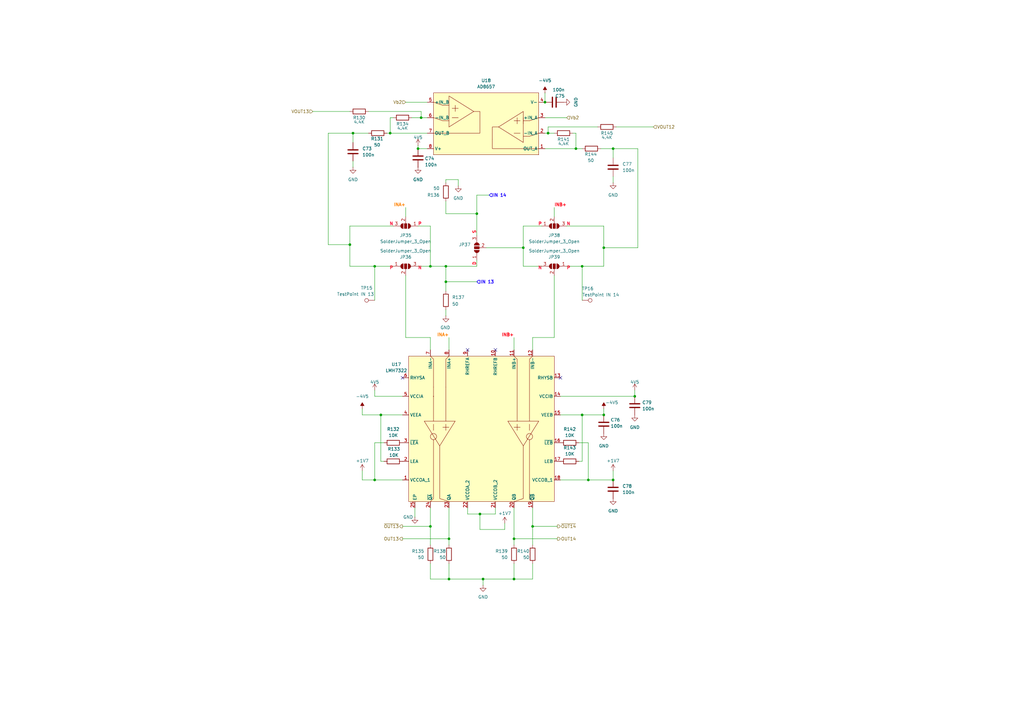
<source format=kicad_sch>
(kicad_sch (version 20231120) (generator "eeschema") (generator_version "8.0")
  (paper "A3")
  (lib_symbols
    (symbol "Connector:TestPoint" (pin_numbers hide) (pin_names (offset 0.762) hide)
      (property "Reference" "TP" (at 0 6.858 0))
      (property "Value" "TestPoint" (at 0 5.08 0))
      (symbol "TestPoint_0_1"
        (circle (center 0 3.302) (radius 0.762))
      )
      (symbol "TestPoint_1_1"
        (pin passive line (at 0 0 90) (length 2.54) (name "1") (number "1"))
      )
    )
    (symbol "Device:C" (pin_numbers hide) (pin_names (offset 0.254))
      (property "Reference" "C" (at 0.635 2.54 0))
      (property "Value" "C" (at 0.635 -2.54 0))
      (symbol "C_0_1"
        (polyline (pts (xy -2.032 -0.762) (xy 2.032 -0.762)) (stroke (width 0.508)))
        (polyline (pts (xy -2.032 0.762) (xy 2.032 0.762)) (stroke (width 0.508)))
      )
      (symbol "C_1_1"
        (pin passive line (at 0 3.81 270) (length 2.794) (name "~") (number "1"))
        (pin passive line (at 0 -3.81 90) (length 2.794) (name "~") (number "2"))
      )
    )
    (symbol "Device:R" (pin_numbers hide) (pin_names (offset 0))
      (property "Reference" "R" (at 2.032 0 90))
      (property "Value" "R" (at 0 0 90))
      (symbol "R_0_1"
        (rectangle (start -1.016 -2.54) (end 1.016 2.54) (stroke (width 0.254)))
      )
      (symbol "R_1_1"
        (pin passive line (at 0 3.81 270) (length 1.27) (name "~") (number "1"))
        (pin passive line (at 0 -3.81 90) (length 1.27) (name "~") (number "2"))
      )
    )
    (symbol "SolderJumper_3_Open_3" (pin_names (offset 0) hide) (exclude_from_sim yes) (in_bom no)
      (property "Reference" "JP" (at -2.54 -2.54 0))
      (property "Value" "SolderJumper_3_Open" (at 0 2.794 0))
      (symbol "SolderJumper_3_Open_3_0_1"
        (arc (start -1.016 1.016) (mid -2.0276 0) (end -1.016 -1.016))
        (arc (start -1.016 1.016) (mid -2.0276 0) (end -1.016 -1.016) (fill (type outline)))
        (rectangle (start -0.508 1.016) (end 0.508 -1.016) (fill (type outline)))
        (polyline (pts (xy -2.54 0) (xy -2.032 0)))
        (polyline (pts (xy -1.016 1.016) (xy -1.016 -1.016)))
        (polyline (pts (xy 0 -1.27) (xy 0 -1.016)))
        (polyline (pts (xy 1.016 1.016) (xy 1.016 -1.016)))
        (polyline (pts (xy 2.54 0) (xy 2.032 0)))
        (arc (start 1.016 -1.016) (mid 2.0276 0) (end 1.016 1.016))
        (arc (start 1.016 -1.016) (mid 2.0276 0) (end 1.016 1.016) (fill (type outline)))
      )
      (symbol "SolderJumper_3_Open_3_1_1"
        (pin passive line (at -5.08 0 0) (length 2.54) (name "A") (number "1"))
        (pin passive line (at 0 -3.81 90) (length 2.54) (name "C") (number "2"))
        (pin passive line (at 5.08 0 180) (length 2.54) (name "B") (number "3"))
      )
    )
    (symbol "power:+1V2" (power) (pin_numbers hide) (pin_names (offset 0) hide)
      (property "Value" "+1V2" (at 0 3.556 0))
      (symbol "+1V2_0_1"
        (polyline (pts (xy -0.762 1.27) (xy 0 2.54)))
        (polyline (pts (xy 0 0) (xy 0 2.54)))
        (polyline (pts (xy 0 2.54) (xy 0.762 1.27)))
      )
      (symbol "+1V2_1_1"
        (pin power_in line (at 0 0 90) (length 0) (name "~") (number "1"))
      )
    )
    (symbol "power:+8V" (power) (pin_numbers hide) (pin_names (offset 0) hide)
      (property "Value" "+8V" (at 0 3.556 0))
      (symbol "+8V_0_1"
        (polyline (pts (xy -0.762 1.27) (xy 0 2.54)))
        (polyline (pts (xy 0 0) (xy 0 2.54)))
        (polyline (pts (xy 0 2.54) (xy 0.762 1.27)))
      )
      (symbol "+8V_1_1"
        (pin power_in line (at 0 0 90) (length 0) (name "~") (number "1"))
      )
    )
    (symbol "power:-8V" (power) (pin_numbers hide) (pin_names (offset 0) hide)
      (property "Value" "-8V" (at 0 3.556 0))
      (symbol "-8V_0_0"
        (pin power_in line (at 0 0 90) (length 0) (name "~") (number "1"))
      )
      (symbol "-8V_0_1"
        (polyline (pts (xy 0 0) (xy 0 1.27) (xy 0.762 1.27) (xy 0 2.54) (xy -0.762 1.27) (xy 0 1.27)) (fill (type outline)))
      )
    )
    (symbol "power:GND" (power) (pin_numbers hide) (pin_names (offset 0) hide)
      (property "Value" "GND" (at 0 -3.81 0))
      (symbol "GND_0_1"
        (polyline (pts (xy 0 0) (xy 0 -1.27) (xy 1.27 -1.27) (xy 0 -2.54) (xy -1.27 -1.27) (xy 0 -1.27)))
      )
      (symbol "GND_1_1"
        (pin power_in line (at 0 0 270) (length 0) (name "~") (number "1"))
      )
    )
    (symbol "prova:AD8657"
      (property "Reference" "U" (at 9.906 3.556 0))
      (property "Value" "AD8657" (at 10.16 5.842 0))
      (symbol "AD8657_0_1"
        (polyline (pts (xy 12.7 17.78) (xy 12.7 20.32)))
        (polyline (pts (xy 13.97 19.05) (xy 16.51 19.05)))
        (polyline (pts (xy 13.97 24.13) (xy 16.51 24.13)))
        (polyline (pts (xy 15.24 20.32) (xy 15.24 17.78)))
        (polyline (pts (xy 16.51 19.05) (xy 16.51 19.05)))
        (polyline (pts (xy 36.83 17.78) (xy 36.83 17.78)))
        (polyline (pts (xy 39.37 13.97) (xy 41.91 13.97)))
        (polyline (pts (xy 39.37 17.78) (xy 41.91 17.78)))
        (polyline (pts (xy 40.64 15.24) (xy 40.64 12.7)))
      )
      (symbol "AD8657_1_1"
        (polyline (pts (xy 6.35 17.78) (xy 10.16 19.05)))
        (polyline (pts (xy 10.16 25.4) (xy 6.35 24.13)))
        (polyline (pts (xy 11.43 19.05) (xy 10.16 19.05)))
        (polyline (pts (xy 11.43 19.05) (xy 12.7 19.05)))
        (polyline (pts (xy 11.43 25.4) (xy 10.16 25.4)))
        (polyline (pts (xy 11.43 25.4) (xy 12.7 25.4)))
        (polyline (pts (xy 22.86 21.59) (xy 25.4 21.59) (xy 25.4 26.67)))
        (polyline (pts (xy 25.4 26.67) (xy 25.4 30.48) (xy 6.35 30.48)))
        (polyline (pts (xy 49.53 11.43) (xy 45.72 12.7) (xy 43.18 12.7)))
        (polyline (pts (xy 49.53 17.78) (xy 45.72 19.05) (xy 43.18 19.05)))
        (polyline (pts (xy 12.7 15.24) (xy 12.7 27.94) (xy 22.86 21.59) (xy 12.7 15.24)))
        (polyline (pts (xy 33.02 15.24) (xy 30.48 15.24) (xy 30.48 24.13) (xy 49.53 24.13)))
        (polyline (pts (xy 43.18 21.59) (xy 43.18 8.89) (xy 33.02 15.24) (xy 43.18 21.59)))
        (rectangle (start 6.35 33.02) (end 49.53 7.62) (fill (type background)))
        (pin output line (at 3.81 30.48 0) (length 2.54) (name "OUT_A") (number "1"))
        (pin input line (at 3.81 24.13 0) (length 2.54) (name "-IN_A") (number "2"))
        (pin input line (at 3.81 17.78 0) (length 2.54) (name "+IN_A") (number "3"))
        (pin input line (at 3.81 11.43 0) (length 2.54) (name "V-") (number "4"))
        (pin input line (at 52.07 11.43 180) (length 2.54) (name "+IN_B") (number "5"))
        (pin input line (at 52.07 17.78 180) (length 2.54) (name "-IN_B") (number "6"))
        (pin input line (at 52.07 24.13 180) (length 2.54) (name "OUT_B") (number "7"))
        (pin input line (at 52.07 30.48 180) (length 2.54) (name "V+") (number "8"))
      )
    )
    (symbol "prova:LMH7322"
      (property "Reference" "U" (at 11.684 8.89 0))
      (property "Value" "LMH7322" (at 20.32 16.51 0))
      (symbol "LMH7322_0_1"
        (circle (center -8.89 -5.08) (radius 0.0001))
        (circle (center -8.89 11.43) (radius 1.27))
        (polyline (pts (xy -8.89 -8.89) (xy -8.89 5.08)))
        (polyline (pts (xy -8.89 8.89) (xy -8.89 6.35)))
        (polyline (pts (xy -3.81 -8.89) (xy -3.81 5.08)))
        (polyline (pts (xy -3.81 8.89) (xy -3.81 6.35)))
        (polyline (pts (xy -2.54 7.62) (xy -5.08 7.62)))
        (polyline (pts (xy 25.4 8.89) (xy 25.4 6.35)))
        (polyline (pts (xy 26.67 7.62) (xy 24.13 7.62)))
        (polyline (pts (xy 30.48 -2.54) (xy 30.48 -2.54)))
        (polyline (pts (xy 30.48 8.89) (xy 30.48 6.35)))
        (polyline (pts (xy -8.89 -8.89) (xy -8.89 -20.32) (xy -10.16 -21.59)))
        (polyline (pts (xy -8.89 12.7) (xy -8.89 36.83) (xy -10.16 38.1)))
        (polyline (pts (xy -6.35 15.24) (xy -6.35 36.83) (xy -2.54 38.1)))
        (polyline (pts (xy -3.81 -8.89) (xy -3.81 -20.32) (xy -2.54 -21.59)))
        (polyline (pts (xy 27.94 15.24) (xy 27.94 36.83) (xy 24.13 38.1)))
        (polyline (pts (xy 30.48 12.7) (xy 30.48 36.83) (xy 31.75 38.1)))
        (circle (center 30.48 11.43) (radius 1.27))
      )
      (symbol "LMH7322_1_1"
        (rectangle (start -19.05 38.1) (end 40.64 -21.59) (fill (type background)))
        (polyline (pts (xy 0 5.08) (xy -12.7 5.08) (xy -6.35 15.24) (xy 0 5.08)))
        (polyline (pts (xy 24.13 -21.59) (xy 25.4 -20.32) (xy 25.4 -16.51) (xy 25.4 5.08)) (fill (type background)))
        (polyline (pts (xy 30.48 5.08) (xy 30.48 -16.51) (xy 30.48 -20.32) (xy 31.75 -21.59)) (fill (type background)))
        (polyline (pts (xy 34.29 5.08) (xy 21.59 5.08) (xy 27.94 15.24) (xy 34.29 5.08)) (fill (type background)))
        (pin input line (at -21.59 29.21 0) (length 2.54) (name "VCCOA_1") (number "1"))
        (pin input line (at 16.51 -24.13 90) (length 2.54) (name "RHREFB") (number "10"))
        (pin input line (at 24.13 -24.13 90) (length 2.54) (name "INB+") (number "11"))
        (pin input line (at 31.75 -24.13 90) (length 2.54) (name "INB-") (number "12"))
        (pin input line (at 43.18 -12.7 180) (length 2.54) (name "RHYSB") (number "13"))
        (pin input line (at 43.18 -5.08 180) (length 2.54) (name "VCCIB") (number "14"))
        (pin input line (at 43.18 2.54 180) (length 2.54) (name "VEEB") (number "15"))
        (pin input line (at 43.18 13.97 180) (length 2.54) (name "~{LEB}") (number "16"))
        (pin input line (at 43.18 21.59 180) (length 2.54) (name "LEB") (number "17"))
        (pin input line (at 43.18 29.21 180) (length 2.54) (name "VCCOB_1") (number "18"))
        (pin output line (at 31.75 40.64 270) (length 2.54) (name "~{QB}") (number "19"))
        (pin input line (at -21.59 21.59 0) (length 2.54) (name "LEA") (number "2"))
        (pin output line (at 24.13 40.64 270) (length 2.54) (name "QB") (number "20"))
        (pin input line (at 16.51 40.64 270) (length 2.54) (name "VCCOB_2") (number "21"))
        (pin input line (at 5.08 40.64 270) (length 2.54) (name "VCCOA_2") (number "22"))
        (pin output line (at -2.54 40.64 270) (length 2.54) (name "QA") (number "23"))
        (pin output line (at -10.16 40.64 270) (length 2.54) (name "~{QA}") (number "24"))
        (pin passive line (at -16.51 40.64 270) (length 2.54) (name "EP") (number "25"))
        (pin input line (at -21.59 13.97 0) (length 2.54) (name "~{LEA}") (number "3"))
        (pin input line (at -21.59 2.54 0) (length 2.54) (name "VEEA") (number "4"))
        (pin input line (at -21.59 -5.08 0) (length 2.54) (name "VCCIA") (number "5"))
        (pin input line (at -21.59 -12.7 0) (length 2.54) (name "RHYSA") (number "6"))
        (pin input line (at -10.16 -24.13 90) (length 2.54) (name "INA-") (number "7"))
        (pin input line (at -2.54 -24.13 90) (length 2.54) (name "INA+") (number "8"))
        (pin input line (at 5.08 -24.13 90) (length 2.54) (name "RHREFA") (number "9"))
      )
    )
  )
  (junction (at 210.82 220.98))
  (junction (at 160.02 54.61))
  (junction (at 171.45 60.96))
  (junction (at 198.12 237.49))
  (junction (at 241.3 196.85))
  (junction (at 196.85 210.82))
  (junction (at 210.82 237.49))
  (junction (at 182.88 109.22))
  (junction (at 251.46 60.96))
  (junction (at 143.51 100.33))
  (junction (at 176.53 215.9))
  (junction (at 260.35 162.56))
  (junction (at 218.44 215.9))
  (junction (at 184.15 237.49))
  (junction (at 238.76 170.18))
  (junction (at 153.67 109.22))
  (junction (at 144.78 54.61))
  (junction (at 224.79 54.61))
  (junction (at 223.52 41.91))
  (junction (at 236.22 60.96))
  (junction (at 238.76 109.22))
  (junction (at 214.63 101.6))
  (junction (at 182.88 115.57))
  (junction (at 247.65 101.6))
  (junction (at 184.15 220.98))
  (junction (at 156.21 170.18))
  (junction (at 247.65 170.18))
  (junction (at 195.58 87.63))
  (junction (at 176.53 109.22))
  (junction (at 251.46 196.85))
  (junction (at 153.67 196.85))
  (junction (at 172.72 48.26))
  (no_connect (at 165.1 154.94))
  (no_connect (at 191.77 143.51))
  (no_connect (at 229.87 154.94))
  (no_connect (at 203.2 143.51))
  (wire (pts (xy 237.49 181.61) (xy 241.3 181.61)))
  (wire (pts (xy 143.51 100.33) (xy 143.51 109.22)))
  (wire (pts (xy 214.63 92.71) (xy 214.63 101.6)))
  (wire (pts (xy 251.46 193.04) (xy 251.46 196.85)))
  (wire (pts (xy 182.88 109.22) (xy 176.53 109.22)))
  (wire (pts (xy 184.15 220.98) (xy 184.15 223.52)))
  (wire (pts (xy 195.58 109.22) (xy 182.88 109.22)))
  (wire (pts (xy 182.88 127) (xy 182.88 129.54)))
  (wire (pts (xy 247.65 101.6) (xy 247.65 109.22)))
  (wire (pts (xy 182.88 115.57) (xy 195.58 115.57)))
  (wire (pts (xy 228.6 215.9) (xy 218.44 215.9)))
  (wire (pts (xy 165.1 196.85) (xy 153.67 196.85)))
  (wire (pts (xy 184.15 220.98) (xy 165.1 220.98)))
  (wire (pts (xy 218.44 138.43) (xy 227.33 138.43)))
  (wire (pts (xy 232.41 109.22) (xy 238.76 109.22)))
  (wire (pts (xy 158.75 54.61) (xy 160.02 54.61)))
  (wire (pts (xy 191.77 210.82) (xy 191.77 208.28)))
  (wire (pts (xy 182.88 119.38) (xy 182.88 115.57)))
  (wire (pts (xy 176.53 138.43) (xy 176.53 143.51)))
  (wire (pts (xy 228.6 220.98) (xy 210.82 220.98)))
  (wire (pts (xy 218.44 237.49) (xy 210.82 237.49)))
  (wire (pts (xy 203.2 210.82) (xy 203.2 208.28)))
  (wire (pts (xy 241.3 196.85) (xy 229.87 196.85)))
  (wire (pts (xy 214.63 101.6) (xy 214.63 109.22)))
  (wire (pts (xy 182.88 73.66) (xy 187.96 73.66)))
  (wire (pts (xy 210.82 220.98) (xy 210.82 223.52)))
  (wire (pts (xy 175.26 60.96) (xy 171.45 60.96)))
  (wire (pts (xy 176.53 208.28) (xy 176.53 215.9)))
  (wire (pts (xy 236.22 54.61) (xy 236.22 60.96)))
  (wire (pts (xy 184.15 208.28) (xy 184.15 220.98)))
  (wire (pts (xy 156.21 189.23) (xy 156.21 170.18)))
  (wire (pts (xy 199.39 101.6) (xy 214.63 101.6)))
  (wire (pts (xy 153.67 162.56) (xy 165.1 162.56)))
  (wire (pts (xy 153.67 196.85) (xy 148.59 196.85)))
  (wire (pts (xy 191.77 210.82) (xy 196.85 210.82)))
  (wire (pts (xy 156.21 170.18) (xy 148.59 170.18)))
  (wire (pts (xy 153.67 109.22) (xy 161.29 109.22)))
  (wire (pts (xy 227.33 113.03) (xy 227.33 138.43)))
  (wire (pts (xy 260.35 162.56) (xy 260.35 160.02)))
  (wire (pts (xy 229.87 162.56) (xy 260.35 162.56)))
  (wire (pts (xy 218.44 215.9) (xy 218.44 223.52)))
  (wire (pts (xy 218.44 231.14) (xy 218.44 237.49)))
  (wire (pts (xy 195.58 80.01) (xy 195.58 87.63)))
  (wire (pts (xy 251.46 64.77) (xy 251.46 60.96)))
  (wire (pts (xy 223.52 60.96) (xy 236.22 60.96)))
  (wire (pts (xy 134.62 100.33) (xy 134.62 54.61)))
  (wire (pts (xy 166.37 138.43) (xy 176.53 138.43)))
  (wire (pts (xy 182.88 82.55) (xy 182.88 87.63)))
  (wire (pts (xy 144.78 58.42) (xy 144.78 54.61)))
  (wire (pts (xy 224.79 54.61) (xy 227.33 54.61)))
  (wire (pts (xy 198.12 237.49) (xy 198.12 240.03)))
  (wire (pts (xy 134.62 54.61) (xy 144.78 54.61)))
  (wire (pts (xy 214.63 109.22) (xy 222.25 109.22)))
  (wire (pts (xy 247.65 170.18) (xy 238.76 170.18)))
  (wire (pts (xy 224.79 52.07) (xy 245.11 52.07)))
  (wire (pts (xy 128.27 45.72) (xy 143.51 45.72)))
  (wire (pts (xy 160.02 54.61) (xy 160.02 48.26)))
  (wire (pts (xy 237.49 189.23) (xy 238.76 189.23)))
  (wire (pts (xy 156.21 189.23) (xy 157.48 189.23)))
  (wire (pts (xy 176.53 109.22) (xy 171.45 109.22)))
  (wire (pts (xy 153.67 181.61) (xy 157.48 181.61)))
  (wire (pts (xy 246.38 60.96) (xy 251.46 60.96)))
  (wire (pts (xy 224.79 54.61) (xy 223.52 54.61)))
  (wire (pts (xy 207.01 214.63) (xy 207.01 217.17)))
  (wire (pts (xy 148.59 193.04) (xy 148.59 196.85)))
  (wire (pts (xy 267.97 52.07) (xy 252.73 52.07)))
  (wire (pts (xy 176.53 215.9) (xy 176.53 223.52)))
  (wire (pts (xy 238.76 109.22) (xy 247.65 109.22)))
  (wire (pts (xy 247.65 92.71) (xy 247.65 101.6)))
  (wire (pts (xy 184.15 138.43) (xy 184.15 143.51)))
  (wire (pts (xy 261.62 60.96) (xy 251.46 60.96)))
  (wire (pts (xy 247.65 101.6) (xy 261.62 101.6)))
  (wire (pts (xy 222.25 92.71) (xy 214.63 92.71)))
  (wire (pts (xy 166.37 85.09) (xy 166.37 88.9)))
  (wire (pts (xy 171.45 92.71) (xy 176.53 92.71)))
  (wire (pts (xy 165.1 170.18) (xy 156.21 170.18)))
  (wire (pts (xy 195.58 87.63) (xy 195.58 96.52)))
  (wire (pts (xy 195.58 106.68) (xy 195.58 109.22)))
  (wire (pts (xy 247.65 167.64) (xy 247.65 170.18)))
  (wire (pts (xy 143.51 100.33) (xy 134.62 100.33)))
  (wire (pts (xy 210.82 208.28) (xy 210.82 220.98)))
  (wire (pts (xy 166.37 41.91) (xy 175.26 41.91)))
  (wire (pts (xy 153.67 181.61) (xy 153.67 196.85)))
  (wire (pts (xy 196.85 210.82) (xy 196.85 217.17)))
  (wire (pts (xy 210.82 231.14) (xy 210.82 237.49)))
  (wire (pts (xy 224.79 54.61) (xy 224.79 52.07)))
  (wire (pts (xy 241.3 181.61) (xy 241.3 196.85)))
  (wire (pts (xy 236.22 60.96) (xy 238.76 60.96)))
  (wire (pts (xy 196.85 210.82) (xy 203.2 210.82)))
  (wire (pts (xy 182.88 87.63) (xy 195.58 87.63)))
  (wire (pts (xy 218.44 143.51) (xy 218.44 138.43)))
  (wire (pts (xy 172.72 48.26) (xy 172.72 45.72)))
  (wire (pts (xy 227.33 85.09) (xy 227.33 88.9)))
  (wire (pts (xy 195.58 80.01) (xy 200.66 80.01)))
  (wire (pts (xy 144.78 66.04) (xy 144.78 68.58)))
  (wire (pts (xy 148.59 167.64) (xy 148.59 170.18)))
  (wire (pts (xy 176.53 92.71) (xy 176.53 109.22)))
  (wire (pts (xy 182.88 73.66) (xy 182.88 74.93)))
  (wire (pts (xy 261.62 101.6) (xy 261.62 60.96)))
  (wire (pts (xy 176.53 215.9) (xy 165.1 215.9)))
  (wire (pts (xy 223.52 38.1) (xy 223.52 41.91)))
  (wire (pts (xy 234.95 54.61) (xy 236.22 54.61)))
  (wire (pts (xy 184.15 237.49) (xy 176.53 237.49)))
  (wire (pts (xy 143.51 92.71) (xy 143.51 100.33)))
  (wire (pts (xy 238.76 109.22) (xy 238.76 123.19)))
  (wire (pts (xy 143.51 109.22) (xy 153.67 109.22)))
  (wire (pts (xy 171.45 59.69) (xy 171.45 60.96)))
  (wire (pts (xy 187.96 73.66) (xy 187.96 76.2)))
  (wire (pts (xy 176.53 231.14) (xy 176.53 237.49)))
  (wire (pts (xy 168.91 48.26) (xy 172.72 48.26)))
  (wire (pts (xy 143.51 92.71) (xy 161.29 92.71)))
  (wire (pts (xy 229.87 170.18) (xy 238.76 170.18)))
  (wire (pts (xy 166.37 113.03) (xy 166.37 138.43)))
  (wire (pts (xy 170.18 208.28) (xy 170.18 212.09)))
  (wire (pts (xy 153.67 160.02) (xy 153.67 162.56)))
  (wire (pts (xy 198.12 237.49) (xy 184.15 237.49)))
  (wire (pts (xy 210.82 237.49) (xy 198.12 237.49)))
  (wire (pts (xy 160.02 54.61) (xy 175.26 54.61)))
  (wire (pts (xy 151.13 45.72) (xy 172.72 45.72)))
  (wire (pts (xy 153.67 109.22) (xy 153.67 123.19)))
  (wire (pts (xy 196.85 217.17) (xy 207.01 217.17)))
  (wire (pts (xy 184.15 231.14) (xy 184.15 237.49)))
  (wire (pts (xy 218.44 208.28) (xy 218.44 215.9)))
  (wire (pts (xy 144.78 54.61) (xy 151.13 54.61)))
  (wire (pts (xy 238.76 189.23) (xy 238.76 170.18)))
  (wire (pts (xy 251.46 72.39) (xy 251.46 74.93)))
  (wire (pts (xy 223.52 48.26) (xy 232.41 48.26)))
  (wire (pts (xy 232.41 92.71) (xy 247.65 92.71)))
  (wire (pts (xy 251.46 196.85) (xy 241.3 196.85)))
  (wire (pts (xy 172.72 48.26) (xy 175.26 48.26)))
  (wire (pts (xy 210.82 138.43) (xy 210.82 143.51)))
  (wire (pts (xy 182.88 109.22) (xy 182.88 115.57)))
  (wire (pts (xy 160.02 48.26) (xy 161.29 48.26)))
  (text "D" (at 194.564 108.204 90) (effects (font (size 1.27 1.27) (thickness 0.254) (bold yes))))
  (text "N" (at 221.488 109.982 0) (effects (font (size 1.27 1.27) (thickness 0.254) (bold yes))))
  (text "P\n" (at 233.172 109.982 0) (effects (font (size 1.27 1.27) (thickness 0.254) (bold yes))))
  (text "P\n" (at 221.488 91.948 0) (effects (font (size 1.27 1.27) (thickness 0.254) (bold yes))))
  (text "S" (at 194.564 95.25 90) (effects (font (size 1.27 1.27) (thickness 0.254) (bold yes))))
  (text "P\n" (at 160.528 109.982 0) (effects (font (size 1.27 1.27) (thickness 0.254) (bold yes))))
  (text "N" (at 172.212 109.982 0) (effects (font (size 1.27 1.27) (thickness 0.254) (bold yes))))
  (text "N" (at 160.528 91.948 0) (effects (font (size 1.27 1.27) (thickness 0.254) (bold yes))))
  (text "N" (at 233.172 91.948 0) (effects (font (size 1.27 1.27) (thickness 0.254) (bold yes))))
  (text "P\n" (at 172.212 91.948 0) (effects (font (size 1.27 1.27) (thickness 0.254) (bold yes))))
  (label "INB+" (at 210.82 138.43 180) (effects (font (thickness 0.254) (bold yes))))
  (label "INA+" (at 166.37 85.09 180) (effects (font (thickness 0.254) (bold yes))))
  (label "INA+" (at 184.15 138.43 180) (effects (font (thickness 0.254) (bold yes))))
  (label "INB+" (at 227.33 85.09 0) (effects (font (thickness 0.254) (bold yes))))
  (hierarchical_label "Vb2" (shape input) (at 232.41 48.26 0))
  (hierarchical_label "~{OUT14}" (shape output) (at 228.6 215.9 0))
  (hierarchical_label "~{OUT13}" (shape output) (at 165.1 215.9 180))
  (hierarchical_label "Vb2" (shape input) (at 166.37 41.91 180))
  (hierarchical_label "IN 14" (shape input) (at 200.66 80.01 0) (effects (font (thickness 0.254) (bold yes))))
  (hierarchical_label "VOUT13" (shape input) (at 128.27 45.72 180))
  (hierarchical_label "IN 13" (shape input) (at 195.58 115.57 0) (effects (font (thickness 0.254) (bold yes))))
  (hierarchical_label "VOUT12" (shape input) (at 267.97 52.07 0))
  (hierarchical_label "OUT13" (shape output) (at 165.1 220.98 180))
  (hierarchical_label "OUT14" (shape output) (at 228.6 220.98 0))
  (symbol (lib_name "SolderJumper_3_Open_3") (lib_id "Jumper:SolderJumper_3_Open") (at 227.33 109.22 0) (mirror y) (unit 1) (exclude_from_sim yes) (in_bom no)
    (property "Reference" "JP39" (at 227.33 105.41 0))
    (property "Value" "SolderJumper_3_Open" (at 227.33 102.87 0))
    (property "Footprint" "Jumper:SolderJumper-3_P1.3mm_Open_RoundedPad1.0x1.5mm_NumberLabels" (effects (hide yes)))
    (property "Description" "Solder Jumper, 3-pole, open" (effects (hide yes)))
  )
  (symbol (lib_id "Device:R") (at 233.68 189.23 270) (mirror x) (unit 1)
    (property "Reference" "R143" (at 233.68 183.642 90))
    (property "Value" "10K" (at 233.68 186.182 90))
    (property "Footprint" "Resistor_SMD:R_0603_1608Metric_Pad0.98x0.95mm_HandSolder" (effects (hide yes)))
    (property "Description" "Resistor" (effects (hide yes)))
  )
  (symbol (lib_id "Device:R") (at 182.88 123.19 180) (unit 1)
    (property "Reference" "R137" (at 185.42 121.9199 0) (effects (justify right)))
    (property "Value" "50" (at 185.42 124.714 0) (effects (justify right)))
    (property "Footprint" "Resistor_SMD:R_0603_1608Metric_Pad0.98x0.95mm_HandSolder" (effects (hide yes)))
    (property "Description" "Resistor" (effects (hide yes)))
  )
  (symbol (lib_id "power:+1V2") (at 148.59 193.04 0) (mirror y) (unit 1)
    (property "Reference" "#PWR0189" (effects (hide yes)))
    (property "Value" "+1V7" (at 148.59 188.976 0))
    (property "Description" "Power symbol creates a global label with name \"+1V2\"" (effects (hide yes)))
  )
  (symbol (lib_id "power:GND") (at 251.46 74.93 0) (unit 1)
    (property "Reference" "#PWR0203" (effects (hide yes)))
    (property "Value" "GND" (at 251.46 80.01 0))
    (property "Description" "Power symbol creates a global label with name \"GND\" , ground" (effects (hide yes)))
  )
  (symbol (lib_id "power:GND") (at 198.12 240.03 0) (mirror y) (unit 1)
    (property "Reference" "#PWR0196" (effects (hide yes)))
    (property "Value" "GND" (at 198.12 244.856 0))
    (property "Description" "Power symbol creates a global label with name \"GND\" , ground" (effects (hide yes)))
  )
  (symbol (lib_id "power:GND") (at 171.45 68.58 0) (unit 1)
    (property "Reference" "#PWR0193" (effects (hide yes)))
    (property "Value" "GND" (at 171.45 73.66 0))
    (property "Description" "Power symbol creates a global label with name \"GND\" , ground" (effects (hide yes)))
  )
  (symbol (lib_id "power:-8V") (at 148.59 167.64 0) (mirror y) (unit 1)
    (property "Reference" "#PWR0188" (effects (hide yes)))
    (property "Value" "-4V5" (at 148.59 162.56 0))
    (property "Description" "Power symbol creates a global label with name \"-8V\"" (effects (hide yes)))
  )
  (symbol (lib_id "power:+8V") (at 171.45 59.69 0) (unit 1)
    (property "Reference" "#PWR0192" (effects (hide yes)))
    (property "Value" "4V5" (at 171.45 56.388 0))
    (property "Description" "Power symbol creates a global label with name \"+8V\"" (effects (hide yes)))
  )
  (symbol (lib_id "Device:R") (at 231.14 54.61 270) (unit 1)
    (property "Reference" "R141" (at 231.14 57.15 90))
    (property "Value" "4.4K" (at 231.14 58.928 90))
    (property "Footprint" "Resistor_SMD:R_0603_1608Metric_Pad0.98x0.95mm_HandSolder" (effects (hide yes)))
    (property "Description" "Resistor" (effects (hide yes)))
  )
  (symbol (lib_id "Device:C") (at 251.46 68.58 0) (unit 1)
    (property "Reference" "C77" (at 255.27 67.3099 0) (effects (justify left)))
    (property "Value" "100n" (at 255.27 69.8499 0) (effects (justify left)))
    (property "Footprint" "Capacitor_SMD:C_0603_1608Metric_Pad1.08x0.95mm_HandSolder" (effects (hide yes)))
    (property "Description" "Unpolarized capacitor" (effects (hide yes)))
  )
  (symbol (lib_name "SolderJumper_3_Open_3") (lib_id "Jumper:SolderJumper_3_Open") (at 166.37 92.71 180) (unit 1) (exclude_from_sim yes) (in_bom no)
    (property "Reference" "JP35" (at 166.37 96.52 0))
    (property "Value" "SolderJumper_3_Open" (at 166.37 99.06 0))
    (property "Footprint" "Jumper:SolderJumper-3_P1.3mm_Open_RoundedPad1.0x1.5mm_NumberLabels" (effects (hide yes)))
    (property "Description" "Solder Jumper, 3-pole, open" (effects (hide yes)))
  )
  (symbol (lib_id "Device:C") (at 171.45 64.77 0) (unit 1)
    (property "Reference" "C74" (at 174.244 65.024 0) (effects (justify left)))
    (property "Value" "100n" (at 174.244 67.564 0) (effects (justify left)))
    (property "Footprint" "Capacitor_SMD:C_0603_1608Metric_Pad1.08x0.95mm_HandSolder" (effects (hide yes)))
    (property "Description" "Unpolarized capacitor" (effects (hide yes)))
  )
  (symbol (lib_id "power:-8V") (at 223.52 38.1 0) (unit 1)
    (property "Reference" "#PWR0198" (effects (hide yes)))
    (property "Value" "-4V5" (at 223.52 33.02 0))
    (property "Description" "Power symbol creates a global label with name \"-8V\"" (effects (hide yes)))
  )
  (symbol (lib_id "Device:C") (at 227.33 41.91 90) (unit 1)
    (property "Reference" "C75" (at 231.648 39.37 90) (effects (justify left)))
    (property "Value" "100n" (at 231.648 36.83 90) (effects (justify left)))
    (property "Footprint" "Capacitor_SMD:C_0603_1608Metric_Pad1.08x0.95mm_HandSolder" (effects (hide yes)))
    (property "Description" "Unpolarized capacitor" (effects (hide yes)))
  )
  (symbol (lib_id "Device:R") (at 154.94 54.61 90) (unit 1)
    (property "Reference" "R131" (at 154.686 56.896 90))
    (property "Value" "50" (at 154.686 59.436 90))
    (property "Footprint" "Resistor_SMD:R_0603_1608Metric_Pad0.98x0.95mm_HandSolder" (effects (hide yes)))
    (property "Description" "Resistor" (effects (hide yes)))
  )
  (symbol (lib_id "prova:LMH7322") (at 186.69 167.64 0) (mirror x) (unit 1)
    (property "Reference" "U17" (at 162.56 149.4438 0))
    (property "Value" "LMH7322" (at 162.56 151.9838 0))
    (property "Footprint" "SamacSys_Parts:QFN50P400X400X80-25N" (effects (hide yes)))
  )
  (symbol (lib_id "Connector:TestPoint") (at 238.76 123.19 270) (unit 1)
    (property "Reference" "TP16" (at 241.046 118.364 90))
    (property "Value" "TestPoint IN 14" (at 246.38 120.904 90))
    (property "Footprint" "TestPoint:TestPoint_Pad_D1.0mm" (effects (hide yes)))
    (property "Description" "test point" (effects (hide yes)))
  )
  (symbol (lib_id "Device:R") (at 210.82 227.33 0) (mirror y) (unit 1)
    (property "Reference" "R139" (at 208.28 226.0599 0) (effects (justify left)))
    (property "Value" "50" (at 208.28 228.5999 0) (effects (justify left)))
    (property "Footprint" "Resistor_SMD:R_0603_1608Metric_Pad0.98x0.95mm_HandSolder" (effects (hide yes)))
    (property "Description" "Resistor" (effects (hide yes)))
  )
  (symbol (lib_id "Device:R") (at 147.32 45.72 270) (unit 1)
    (property "Reference" "R130" (at 147.32 48.26 90))
    (property "Value" "4.4K" (at 147.32 50.038 90))
    (property "Footprint" "Resistor_SMD:R_0603_1608Metric_Pad0.98x0.95mm_HandSolder" (effects (hide yes)))
    (property "Description" "Resistor" (effects (hide yes)))
  )
  (symbol (lib_id "prova:AD8657") (at 227.33 30.48 180) (unit 1)
    (property "Reference" "U18" (at 199.39 33.02 0))
    (property "Value" "AD8657" (at 199.39 35.56 0))
    (property "Footprint" "SamacSys_Parts:SOP65P490X110-8N" (effects (hide yes)))
  )
  (symbol (lib_id "power:GND") (at 182.88 129.54 0) (unit 1)
    (property "Reference" "#PWR0194" (effects (hide yes)))
    (property "Value" "GND" (at 182.626 134.366 0))
    (property "Description" "Power symbol creates a global label with name \"GND\" , ground" (effects (hide yes)))
  )
  (symbol (lib_id "Device:R") (at 165.1 48.26 270) (unit 1)
    (property "Reference" "R134" (at 165.1 50.8 90))
    (property "Value" "4.4K" (at 165.1 52.578 90))
    (property "Footprint" "Resistor_SMD:R_0603_1608Metric_Pad0.98x0.95mm_HandSolder" (effects (hide yes)))
    (property "Description" "Resistor" (effects (hide yes)))
  )
  (symbol (lib_name "SolderJumper_3_Open_3") (lib_id "Jumper:SolderJumper_3_Open") (at 195.58 101.6 90) (unit 1) (exclude_from_sim yes) (in_bom no)
    (property "Reference" "JP37" (at 193.04 100.3299 90) (effects (justify left)))
    (property "Value" "SolderJumper_3_Open" (effects (hide yes)))
    (property "Footprint" "Jumper:SolderJumper-3_P1.3mm_Open_RoundedPad1.0x1.5mm_NumberLabels" (effects (hide yes)))
    (property "Description" "Solder Jumper, 3-pole, open" (effects (hide yes)))
  )
  (symbol (lib_id "Device:R") (at 218.44 227.33 0) (mirror y) (unit 1)
    (property "Reference" "R140" (at 217.17 226.06 0) (effects (justify left)))
    (property "Value" "50" (at 217.17 228.6 0) (effects (justify left)))
    (property "Footprint" "Resistor_SMD:R_0603_1608Metric_Pad0.98x0.95mm_HandSolder" (effects (hide yes)))
    (property "Description" "Resistor" (effects (hide yes)))
  )
  (symbol (lib_id "Device:R") (at 184.15 227.33 0) (mirror y) (unit 1)
    (property "Reference" "R138" (at 182.88 226.06 0) (effects (justify left)))
    (property "Value" "50" (at 182.88 228.6 0) (effects (justify left)))
    (property "Footprint" "Resistor_SMD:R_0603_1608Metric_Pad0.98x0.95mm_HandSolder" (effects (hide yes)))
    (property "Description" "Resistor" (effects (hide yes)))
  )
  (symbol (lib_id "Device:R") (at 176.53 227.33 0) (mirror y) (unit 1)
    (property "Reference" "R135" (at 173.99 226.0599 0) (effects (justify left)))
    (property "Value" "50" (at 173.99 228.5999 0) (effects (justify left)))
    (property "Footprint" "Resistor_SMD:R_0603_1608Metric_Pad0.98x0.95mm_HandSolder" (effects (hide yes)))
    (property "Description" "Resistor" (effects (hide yes)))
  )
  (symbol (lib_id "Connector:TestPoint") (at 153.67 123.19 90) (unit 1)
    (property "Reference" "TP15" (at 150.368 118.11 90))
    (property "Value" "TestPoint IN 13" (at 145.796 120.65 90))
    (property "Footprint" "TestPoint:TestPoint_Pad_D1.0mm" (effects (hide yes)))
    (property "Description" "test point" (effects (hide yes)))
  )
  (symbol (lib_id "power:-8V") (at 247.65 167.64 0) (mirror y) (unit 1)
    (property "Reference" "#PWR0201" (effects (hide yes)))
    (property "Value" "-4V5" (at 250.952 165.1 0))
    (property "Description" "Power symbol creates a global label with name \"-8V\"" (effects (hide yes)))
  )
  (symbol (lib_id "power:+1V2") (at 207.01 214.63 0) (mirror y) (unit 1)
    (property "Reference" "#PWR0197" (effects (hide yes)))
    (property "Value" "+1V7" (at 207.01 210.566 0))
    (property "Description" "Power symbol creates a global label with name \"+1V2\"" (effects (hide yes)))
  )
  (symbol (lib_id "Device:R") (at 161.29 189.23 270) (mirror x) (unit 1)
    (property "Reference" "R133" (at 161.544 184.15 90))
    (property "Value" "10K" (at 161.544 186.69 90))
    (property "Footprint" "Resistor_SMD:R_0603_1608Metric_Pad0.98x0.95mm_HandSolder" (effects (hide yes)))
    (property "Description" "Resistor" (effects (hide yes)))
  )
  (symbol (lib_id "power:GND") (at 170.18 212.09 0) (mirror y) (unit 1)
    (property "Reference" "#PWR0191" (effects (hide yes)))
    (property "Value" "GND" (at 167.386 212.09 0))
    (property "Description" "Power symbol creates a global label with name \"GND\" , ground" (effects (hide yes)))
  )
  (symbol (lib_id "Device:R") (at 233.68 181.61 270) (mirror x) (unit 1)
    (property "Reference" "R142" (at 233.68 176.022 90))
    (property "Value" "10K" (at 233.68 178.562 90))
    (property "Footprint" "Resistor_SMD:R_0603_1608Metric_Pad0.98x0.95mm_HandSolder" (effects (hide yes)))
    (property "Description" "Resistor" (effects (hide yes)))
  )
  (symbol (lib_id "Device:R") (at 161.29 181.61 270) (mirror x) (unit 1)
    (property "Reference" "R132" (at 161.29 176.022 90))
    (property "Value" "10K" (at 161.29 178.562 90))
    (property "Footprint" "Resistor_SMD:R_0603_1608Metric_Pad0.98x0.95mm_HandSolder" (effects (hide yes)))
    (property "Description" "Resistor" (effects (hide yes)))
  )
  (symbol (lib_id "power:GND") (at 187.96 76.2 0) (unit 1)
    (property "Reference" "#PWR0195" (effects (hide yes)))
    (property "Value" "GND" (at 187.96 81.28 0))
    (property "Description" "Power symbol creates a global label with name \"GND\" , ground" (effects (hide yes)))
  )
  (symbol (lib_id "power:GND") (at 231.14 41.91 90) (unit 1)
    (property "Reference" "#PWR0199" (effects (hide yes)))
    (property "Value" "GND" (at 236.22 41.91 0))
    (property "Description" "Power symbol creates a global label with name \"GND\" , ground" (effects (hide yes)))
  )
  (symbol (lib_id "Device:C") (at 144.78 62.23 0) (unit 1)
    (property "Reference" "C73" (at 148.59 60.9599 0) (effects (justify left)))
    (property "Value" "100n" (at 148.59 63.4999 0) (effects (justify left)))
    (property "Footprint" "Capacitor_SMD:C_0603_1608Metric_Pad1.08x0.95mm_HandSolder" (effects (hide yes)))
    (property "Description" "Unpolarized capacitor" (effects (hide yes)))
  )
  (symbol (lib_id "power:+8V") (at 153.67 160.02 0) (mirror y) (unit 1)
    (property "Reference" "#PWR0190" (effects (hide yes)))
    (property "Value" "4V5" (at 153.67 156.718 0))
    (property "Description" "Power symbol creates a global label with name \"+8V\"" (effects (hide yes)))
  )
  (symbol (lib_id "power:GND") (at 260.35 170.18 0) (unit 1)
    (property "Reference" "#PWR0206" (effects (hide yes)))
    (property "Value" "GND" (at 260.35 175.26 0))
    (property "Description" "Power symbol creates a global label with name \"GND\" , ground" (effects (hide yes)))
  )
  (symbol (lib_id "power:GND") (at 144.78 68.58 0) (unit 1)
    (property "Reference" "#PWR0187" (effects (hide yes)))
    (property "Value" "GND" (at 144.78 73.66 0))
    (property "Description" "Power symbol creates a global label with name \"GND\" , ground" (effects (hide yes)))
  )
  (symbol (lib_id "Device:C") (at 260.35 166.37 0) (unit 1)
    (property "Reference" "C79" (at 263.398 165.1 0) (effects (justify left)))
    (property "Value" "100n" (at 263.398 167.64 0) (effects (justify left)))
    (property "Footprint" "Capacitor_SMD:C_0603_1608Metric_Pad1.08x0.95mm_HandSolder" (effects (hide yes)))
    (property "Description" "Unpolarized capacitor" (effects (hide yes)))
  )
  (symbol (lib_id "Device:R") (at 248.92 52.07 270) (unit 1)
    (property "Reference" "R145" (at 248.92 54.61 90))
    (property "Value" "4.4K" (at 248.92 56.388 90))
    (property "Footprint" "Resistor_SMD:R_0603_1608Metric_Pad0.98x0.95mm_HandSolder" (effects (hide yes)))
    (property "Description" "Resistor" (effects (hide yes)))
  )
  (symbol (lib_id "power:+8V") (at 260.35 160.02 0) (mirror y) (unit 1)
    (property "Reference" "#PWR0200" (effects (hide yes)))
    (property "Value" "4V5" (at 260.35 156.718 0))
    (property "Description" "Power symbol creates a global label with name \"+8V\"" (effects (hide yes)))
  )
  (symbol (lib_name "SolderJumper_3_Open_3") (lib_id "Jumper:SolderJumper_3_Open") (at 166.37 109.22 0) (unit 1) (exclude_from_sim yes) (in_bom no)
    (property "Reference" "JP36" (at 166.37 105.41 0))
    (property "Value" "SolderJumper_3_Open" (at 166.37 102.87 0))
    (property "Footprint" "Jumper:SolderJumper-3_P1.3mm_Open_RoundedPad1.0x1.5mm_NumberLabels" (effects (hide yes)))
    (property "Description" "Solder Jumper, 3-pole, open" (effects (hide yes)))
  )
  (symbol (lib_id "Device:C") (at 251.46 200.66 0) (unit 1)
    (property "Reference" "C78" (at 255.27 199.3899 0) (effects (justify left)))
    (property "Value" "100n" (at 255.27 201.9299 0) (effects (justify left)))
    (property "Footprint" "Capacitor_SMD:C_0603_1608Metric_Pad1.08x0.95mm_HandSolder" (effects (hide yes)))
    (property "Description" "Unpolarized capacitor" (effects (hide yes)))
  )
  (symbol (lib_name "SolderJumper_3_Open_3") (lib_id "Jumper:SolderJumper_3_Open") (at 227.33 92.71 0) (mirror x) (unit 1) (exclude_from_sim yes) (in_bom no)
    (property "Reference" "JP38" (at 227.33 96.52 0))
    (property "Value" "SolderJumper_3_Open" (at 227.33 99.06 0))
    (property "Footprint" "Jumper:SolderJumper-3_P1.3mm_Open_RoundedPad1.0x1.5mm_NumberLabels" (effects (hide yes)))
    (property "Description" "Solder Jumper, 3-pole, open" (effects (hide yes)))
  )
  (symbol (lib_id "power:+1V2") (at 251.46 193.04 0) (mirror y) (unit 1)
    (property "Reference" "#PWR0204" (effects (hide yes)))
    (property "Value" "+1V7" (at 251.46 188.976 0))
    (property "Description" "Power symbol creates a global label with name \"+1V2\"" (effects (hide yes)))
  )
  (symbol (lib_id "power:GND") (at 251.46 204.47 0) (unit 1)
    (property "Reference" "#PWR0205" (effects (hide yes)))
    (property "Value" "GND" (at 251.46 209.55 0))
    (property "Description" "Power symbol creates a global label with name \"GND\" , ground" (effects (hide yes)))
  )
  (symbol (lib_id "power:GND") (at 247.65 177.8 0) (unit 1)
    (property "Reference" "#PWR0202" (effects (hide yes)))
    (property "Value" "GND" (at 247.65 182.88 0))
    (property "Description" "Power symbol creates a global label with name \"GND\" , ground" (effects (hide yes)))
  )
  (symbol (lib_id "Device:R") (at 182.88 78.74 0) (unit 1)
    (property "Reference" "R136" (at 180.34 80.0101 0) (effects (justify right)))
    (property "Value" "50" (at 180.34 77.216 0) (effects (justify right)))
    (property "Footprint" "Resistor_SMD:R_0603_1608Metric_Pad0.98x0.95mm_HandSolder" (effects (hide yes)))
    (property "Description" "Resistor" (effects (hide yes)))
  )
  (symbol (lib_id "Device:C") (at 247.65 173.99 0) (unit 1)
    (property "Reference" "C76" (at 250.444 172.212 0) (effects (justify left)))
    (property "Value" "100n" (at 250.444 174.752 0) (effects (justify left)))
    (property "Footprint" "Capacitor_SMD:C_0603_1608Metric_Pad1.08x0.95mm_HandSolder" (effects (hide yes)))
    (property "Description" "Unpolarized capacitor" (effects (hide yes)))
  )
  (symbol (lib_id "Device:R") (at 242.57 60.96 90) (unit 1)
    (property "Reference" "R144" (at 242.316 63.246 90))
    (property "Value" "50" (at 242.316 65.786 90))
    (property "Footprint" "Resistor_SMD:R_0603_1608Metric_Pad0.98x0.95mm_HandSolder" (effects (hide yes)))
    (property "Description" "Resistor" (effects (hide yes)))
  )
)
</source>
